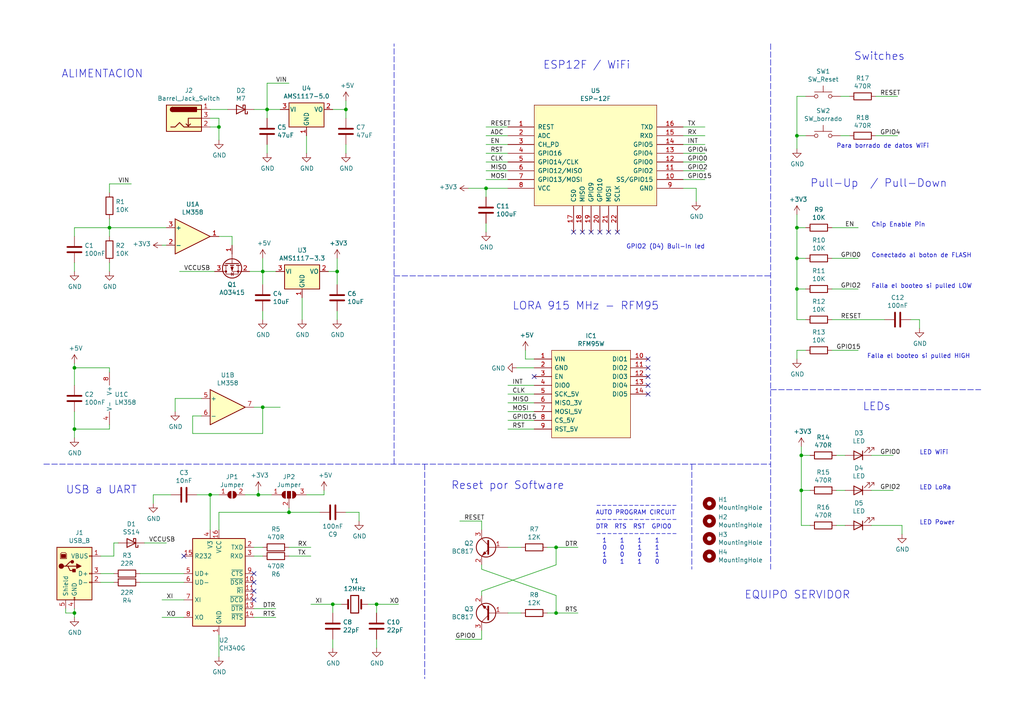
<source format=kicad_sch>
(kicad_sch (version 20211123) (generator eeschema)
  (paper "A4")
  (lib_symbols
    (symbol "Amplifier_Operational:LM358" (pin_names (offset 0.127))
      (property "Reference" "U" (at 0 5.08 0))
      (property "Value" "LM358" (at 0 -5.08 0))
      (symbol "LM358_1_1"
        (pin output line (at 7.62 0 180) (length 2.54) (name "~") (number "1"))
        (pin input line (at -7.62 -2.54 0) (length 2.54) (name "-") (number "2"))
        (pin input line (at -7.62 2.54 0) (length 2.54) (name "+") (number "3"))
      )
      (symbol "LM358_2_1"
        (pin input line (at -7.62 2.54 0) (length 2.54) (name "+") (number "5"))
        (pin input line (at -7.62 -2.54 0) (length 2.54) (name "-") (number "6"))
        (pin output line (at 7.62 0 180) (length 2.54) (name "~") (number "7"))
      )
      (symbol "LM358_3_1"
        (pin power_in line (at -2.54 -7.62 90) (length 3.81) (name "V-") (number "4"))
        (pin power_in line (at -2.54 7.62 270) (length 3.81) (name "V+") (number "8"))
      )
    )
    (symbol "Connector:Barrel_Jack_Switch" (pin_names hide)
      (property "Reference" "J" (at 0 5.334 0))
      (property "Value" "Barrel_Jack_Switch" (at 0 -5.08 0))
      (symbol "Barrel_Jack_Switch_1_1"
        (pin passive line (at 7.62 2.54 180) (length 2.54) (name "~") (number "1"))
        (pin passive line (at 7.62 -2.54 180) (length 2.54) (name "~") (number "2"))
        (pin passive line (at 7.62 0 180) (length 2.54) (name "~") (number "3"))
      )
    )
    (symbol "Connector:USB_B" (pin_names (offset 1.016))
      (property "Reference" "J" (at -5.08 11.43 0))
      (property "Value" "USB_B" (at -5.08 8.89 0))
      (symbol "USB_B_1_1"
        (pin power_out line (at 7.62 5.08 180) (length 2.54) (name "VBUS") (number "1"))
        (pin bidirectional line (at 7.62 -2.54 180) (length 2.54) (name "D-") (number "2"))
        (pin bidirectional line (at 7.62 0 180) (length 2.54) (name "D+") (number "3"))
        (pin power_out line (at 0 -10.16 90) (length 2.54) (name "GND") (number "4"))
        (pin passive line (at -2.54 -10.16 90) (length 2.54) (name "Shield") (number "5"))
      )
    )
    (symbol "Device:C" (pin_numbers hide) (pin_names (offset 0.254))
      (property "Reference" "C" (at 0.635 2.54 0))
      (property "Value" "C" (at 0.635 -2.54 0))
      (symbol "C_1_1"
        (pin passive line (at 0 3.81 270) (length 2.794) (name "~") (number "1"))
        (pin passive line (at 0 -3.81 90) (length 2.794) (name "~") (number "2"))
      )
    )
    (symbol "Device:Crystal" (pin_numbers hide) (pin_names (offset 1.016) hide)
      (property "Reference" "Y" (at 0 3.81 0))
      (property "Value" "Crystal" (at 0 -3.81 0))
      (symbol "Crystal_1_1"
        (pin passive line (at -3.81 0 0) (length 1.27) (name "1") (number "1"))
        (pin passive line (at 3.81 0 180) (length 1.27) (name "2") (number "2"))
      )
    )
    (symbol "Device:D_Schottky" (pin_numbers hide) (pin_names (offset 1.016) hide)
      (property "Reference" "D" (at 0 2.54 0))
      (property "Value" "D_Schottky" (at 0 -2.54 0))
      (symbol "D_Schottky_1_1"
        (pin passive line (at -3.81 0 0) (length 2.54) (name "K") (number "1"))
        (pin passive line (at 3.81 0 180) (length 2.54) (name "A") (number "2"))
      )
    )
    (symbol "Device:LED" (pin_numbers hide) (pin_names (offset 1.016) hide)
      (property "Reference" "D" (at 0 2.54 0))
      (property "Value" "LED" (at 0 -2.54 0))
      (symbol "LED_1_1"
        (pin passive line (at -3.81 0 0) (length 2.54) (name "K") (number "1"))
        (pin passive line (at 3.81 0 180) (length 2.54) (name "A") (number "2"))
      )
    )
    (symbol "Device:R" (pin_numbers hide) (pin_names (offset 0))
      (property "Reference" "R" (at 2.032 0 90))
      (property "Value" "R" (at 0 0 90))
      (symbol "R_1_1"
        (pin passive line (at 0 3.81 270) (length 1.27) (name "~") (number "1"))
        (pin passive line (at 0 -3.81 90) (length 1.27) (name "~") (number "2"))
      )
    )
    (symbol "Diode:B120-E3" (pin_numbers hide) (pin_names hide)
      (property "Reference" "D" (at 0 2.54 0))
      (property "Value" "B120-E3" (at 0 -2.54 0))
      (symbol "B120-E3_1_1"
        (pin passive line (at -3.81 0 0) (length 2.54) (name "K") (number "1"))
        (pin passive line (at 3.81 0 180) (length 2.54) (name "A") (number "2"))
      )
    )
    (symbol "ESP8266:ESP-12F" (pin_names (offset 1.016))
      (property "Reference" "U" (at -16.51 12.7 0))
      (property "Value" "ESP8266_ESP-12F" (at 0 11.43 0))
      (symbol "ESP-12F_1_1"
        (pin input line (at -25.4 7.62 0) (length 7.62) (name "REST") (number "1"))
        (pin bidirectional line (at 25.4 -7.62 180) (length 7.62) (name "SS/GPIO15") (number "10"))
        (pin bidirectional line (at 25.4 -5.08 180) (length 7.62) (name "GPIO2") (number "11"))
        (pin bidirectional line (at 25.4 -2.54 180) (length 7.62) (name "GPIO0") (number "12"))
        (pin bidirectional line (at 25.4 0 180) (length 7.62) (name "GPIO4") (number "13"))
        (pin bidirectional line (at 25.4 2.54 180) (length 7.62) (name "GPIO5") (number "14"))
        (pin input line (at 25.4 5.08 180) (length 7.62) (name "RXD") (number "15"))
        (pin output line (at 25.4 7.62 180) (length 7.62) (name "TXD") (number "16"))
        (pin bidirectional line (at -6.35 -22.86 90) (length 7.62) (name "CS0") (number "17"))
        (pin bidirectional line (at -3.81 -22.86 90) (length 7.62) (name "MISO") (number "18"))
        (pin bidirectional line (at -1.27 -22.86 90) (length 7.62) (name "GPIO9") (number "19"))
        (pin passive line (at -25.4 5.08 0) (length 7.62) (name "ADC") (number "2"))
        (pin bidirectional line (at 1.27 -22.86 90) (length 7.62) (name "GPIO10") (number "20"))
        (pin bidirectional line (at 3.81 -22.86 90) (length 7.62) (name "MOSI") (number "21"))
        (pin bidirectional line (at 6.35 -22.86 90) (length 7.62) (name "SCLK") (number "22"))
        (pin input line (at -25.4 2.54 0) (length 7.62) (name "CH_PD") (number "3"))
        (pin bidirectional line (at -25.4 0 0) (length 7.62) (name "GPIO16") (number "4"))
        (pin bidirectional line (at -25.4 -2.54 0) (length 7.62) (name "GPIO14/CLK") (number "5"))
        (pin bidirectional line (at -25.4 -5.08 0) (length 7.62) (name "GPIO12/MISO") (number "6"))
        (pin bidirectional line (at -25.4 -7.62 0) (length 7.62) (name "GPIO13/MOSI") (number "7"))
        (pin power_in line (at -25.4 -10.16 0) (length 7.62) (name "VCC") (number "8"))
        (pin power_in line (at 25.4 -10.16 180) (length 7.62) (name "GND") (number "9"))
      )
    )
    (symbol "Interface_USB:CH340G"
      (property "Reference" "U" (at -5.08 13.97 0))
      (property "Value" "CH340G" (at 1.27 13.97 0))
      (symbol "CH340G_1_1"
        (pin power_in line (at 0 -15.24 90) (length 2.54) (name "GND") (number "1"))
        (pin input line (at 10.16 0 180) (length 2.54) (name "~{DSR}") (number "10"))
        (pin input line (at 10.16 -2.54 180) (length 2.54) (name "~{RI}") (number "11"))
        (pin input line (at 10.16 -5.08 180) (length 2.54) (name "~{DCD}") (number "12"))
        (pin output line (at 10.16 -7.62 180) (length 2.54) (name "~{DTR}") (number "13"))
        (pin output line (at 10.16 -10.16 180) (length 2.54) (name "~{RTS}") (number "14"))
        (pin input line (at -10.16 7.62 0) (length 2.54) (name "R232") (number "15"))
        (pin power_in line (at 0 15.24 270) (length 2.54) (name "VCC") (number "16"))
        (pin output line (at 10.16 10.16 180) (length 2.54) (name "TXD") (number "2"))
        (pin input line (at 10.16 7.62 180) (length 2.54) (name "RXD") (number "3"))
        (pin passive line (at -2.54 15.24 270) (length 2.54) (name "V3") (number "4"))
        (pin bidirectional line (at -10.16 2.54 0) (length 2.54) (name "UD+") (number "5"))
        (pin bidirectional line (at -10.16 0 0) (length 2.54) (name "UD-") (number "6"))
        (pin input line (at -10.16 -5.08 0) (length 2.54) (name "XI") (number "7"))
        (pin output line (at -10.16 -10.16 0) (length 2.54) (name "XO") (number "8"))
        (pin input line (at 10.16 2.54 180) (length 2.54) (name "~{CTS}") (number "9"))
      )
    )
    (symbol "Jumper:SolderJumper_2_Open" (pin_names (offset 0) hide)
      (property "Reference" "JP" (at 0 2.032 0))
      (property "Value" "SolderJumper_2_Open" (at 0 -2.54 0))
      (symbol "SolderJumper_2_Open_1_1"
        (pin passive line (at -3.81 0 0) (length 2.54) (name "A") (number "1"))
        (pin passive line (at 3.81 0 180) (length 2.54) (name "B") (number "2"))
      )
    )
    (symbol "Jumper:SolderJumper_3_Open" (pin_names (offset 0) hide)
      (property "Reference" "JP" (at -2.54 -2.54 0))
      (property "Value" "SolderJumper_3_Open" (at 0 2.794 0))
      (symbol "SolderJumper_3_Open_1_1"
        (pin passive line (at -5.08 0 0) (length 2.54) (name "A") (number "1"))
        (pin passive line (at 0 -3.81 90) (length 2.54) (name "C") (number "2"))
        (pin passive line (at 5.08 0 180) (length 2.54) (name "B") (number "3"))
      )
    )
    (symbol "Mechanical:MountingHole" (pin_names (offset 1.016))
      (property "Reference" "H" (at 0 5.08 0))
      (property "Value" "MountingHole" (at 0 3.175 0))
    )
    (symbol "RFM95W:RFM95W" (pin_names (offset 0.762))
      (property "Reference" "IC" (at 29.21 7.62 0))
      (property "Value" "RFM95W_RFM95W" (at 29.21 5.08 0))
      (symbol "RFM95W_0_0"
        (pin passive line (at 0 0 0) (length 5.08) (name "VIN") (number "1"))
        (pin passive line (at 33.02 0 180) (length 5.08) (name "DIO1") (number "10"))
        (pin passive line (at 33.02 -2.54 180) (length 5.08) (name "DIO2") (number "11"))
        (pin passive line (at 33.02 -5.08 180) (length 5.08) (name "DIO3") (number "12"))
        (pin passive line (at 33.02 -7.62 180) (length 5.08) (name "DIO4") (number "13"))
        (pin passive line (at 33.02 -10.16 180) (length 5.08) (name "DIO5") (number "14"))
        (pin passive line (at 0 -2.54 0) (length 5.08) (name "GND") (number "2"))
        (pin passive line (at 0 -5.08 0) (length 5.08) (name "EN") (number "3"))
        (pin passive line (at 0 -7.62 0) (length 5.08) (name "DIO0") (number "4"))
        (pin passive line (at 0 -10.16 0) (length 5.08) (name "SCK_5V") (number "5"))
        (pin passive line (at 0 -12.7 0) (length 5.08) (name "MISO_3V") (number "6"))
        (pin passive line (at 0 -15.24 0) (length 5.08) (name "MOSI_5V") (number "7"))
        (pin passive line (at 0 -17.78 0) (length 5.08) (name "CS_5V") (number "8"))
        (pin passive line (at 0 -20.32 0) (length 5.08) (name "RST_5V") (number "9"))
      )
    )
    (symbol "Regulator_Linear:AMS1117-3.3" (pin_names (offset 0.254))
      (property "Reference" "U" (at -3.81 3.175 0))
      (property "Value" "AMS1117-3.3" (at 0 3.175 0))
      (symbol "AMS1117-3.3_1_1"
        (pin power_in line (at 0 -7.62 90) (length 2.54) (name "GND") (number "1"))
        (pin power_out line (at 7.62 0 180) (length 2.54) (name "VO") (number "2"))
        (pin power_in line (at -7.62 0 0) (length 2.54) (name "VI") (number "3"))
      )
    )
    (symbol "Regulator_Linear:AMS1117-5.0" (pin_names (offset 0.254))
      (property "Reference" "U" (at -3.81 3.175 0))
      (property "Value" "AMS1117-5.0" (at 0 3.175 0))
      (symbol "AMS1117-5.0_1_1"
        (pin power_in line (at 0 -7.62 90) (length 2.54) (name "GND") (number "1"))
        (pin power_out line (at 7.62 0 180) (length 2.54) (name "VO") (number "2"))
        (pin power_in line (at -7.62 0 0) (length 2.54) (name "VI") (number "3"))
      )
    )
    (symbol "Switch:SW_Push" (pin_numbers hide) (pin_names (offset 1.016) hide)
      (property "Reference" "SW" (at 1.27 2.54 0))
      (property "Value" "SW_Push" (at 0 -1.524 0))
      (symbol "SW_Push_0_1"
        (pin passive line (at -5.08 0 0) (length 2.54) (name "1") (number "1"))
        (pin passive line (at 5.08 0 180) (length 2.54) (name "2") (number "2"))
      )
    )
    (symbol "Transistor_BJT:BC817" (pin_names (offset 0) hide)
      (property "Reference" "Q" (at 5.08 1.905 0))
      (property "Value" "BC817" (at 5.08 0 0))
      (symbol "BC817_1_1"
        (pin input line (at -5.08 0 0) (length 5.715) (name "B") (number "1"))
        (pin passive line (at 2.54 -5.08 90) (length 2.54) (name "E") (number "2"))
        (pin passive line (at 2.54 5.08 270) (length 2.54) (name "C") (number "3"))
      )
    )
    (symbol "Transistor_FET:AO3401A" (pin_names hide)
      (property "Reference" "Q" (at 5.08 1.905 0))
      (property "Value" "AO3401A" (at 5.08 0 0))
      (symbol "AO3401A_1_1"
        (pin input line (at -5.08 0 0) (length 2.54) (name "G") (number "1"))
        (pin passive line (at 2.54 -5.08 90) (length 2.54) (name "S") (number "2"))
        (pin passive line (at 2.54 5.08 270) (length 2.54) (name "D") (number "3"))
      )
    )
    (symbol "power:+3.3V" (power) (pin_names (offset 0))
      (property "Value" "+3.3V" (at 0 3.556 0))
      (symbol "+3.3V_1_1"
        (pin power_in line (at 0 0 90) (length 0) hide (name "+3V3") (number "1"))
      )
    )
    (symbol "power:+5V" (power) (pin_names (offset 0))
      (property "Value" "+5V" (at 0 3.556 0))
      (symbol "+5V_1_1"
        (pin power_in line (at 0 0 90) (length 0) hide (name "+5V") (number "1"))
      )
    )
    (symbol "power:GND" (power) (pin_names (offset 0))
      (property "Value" "GND" (at 0 -3.81 0))
      (symbol "GND_1_1"
        (pin power_in line (at 0 0 270) (length 0) hide (name "GND") (number "1"))
      )
    )
  )
  (junction (at 97.79 78.74))
  (junction (at 21.59 124.46))
  (junction (at 96.52 175.26))
  (junction (at 140.97 54.61))
  (junction (at 76.2 118.11))
  (junction (at 21.59 106.68))
  (junction (at 76.2 78.74))
  (junction (at 231.14 74.93))
  (junction (at 74.93 143.51))
  (junction (at 21.59 177.8))
  (junction (at 31.75 66.04))
  (junction (at 231.14 39.37))
  (junction (at 60.96 143.51))
  (junction (at 231.14 66.04))
  (junction (at 77.47 31.75))
  (junction (at 232.41 142.24))
  (junction (at 109.22 175.26))
  (junction (at 100.33 31.75))
  (junction (at 231.14 83.82))
  (junction (at 83.82 148.59))
  (junction (at 161.29 177.8))
  (junction (at 161.29 158.75))
  (junction (at 232.41 132.08))
  (junction (at 63.5 36.83))
  (no_connect (at 187.96 109.22))
  (no_connect (at 173.99 67.31))
  (no_connect (at 154.94 109.22))
  (no_connect (at 187.96 106.68))
  (no_connect (at 53.34 161.29))
  (no_connect (at 187.96 111.76))
  (no_connect (at 73.66 173.99))
  (no_connect (at 179.07 67.31))
  (no_connect (at 168.91 67.31))
  (no_connect (at 73.66 171.45))
  (no_connect (at 73.66 168.91))
  (no_connect (at 187.96 104.14))
  (no_connect (at 171.45 67.31))
  (no_connect (at 176.53 67.31))
  (no_connect (at 73.66 166.37))
  (no_connect (at 166.37 67.31))
  (no_connect (at 187.96 114.3))
  (wire (pts (xy 106.68 175.26) (xy 109.22 175.26)))
  (wire (pts (xy 76.2 74.93) (xy 76.2 78.74)))
  (wire (pts (xy 76.2 125.73) (xy 76.2 118.11)))
  (wire (pts (xy 19.05 177.8) (xy 21.59 177.8)))
  (wire (pts (xy 78.74 143.51) (xy 74.93 143.51)))
  (wire (pts (xy 44.45 143.51) (xy 44.45 146.05)))
  (wire (pts (xy 29.21 161.29) (xy 33.02 161.29)))
  (wire (pts (xy 201.93 54.61) (xy 201.93 58.42)))
  (wire (pts (xy 231.14 74.93) (xy 231.14 83.82)))
  (wire (pts (xy 248.92 83.82) (xy 241.3 83.82)))
  (wire (pts (xy 132.08 185.42) (xy 139.7 185.42)))
  (wire (pts (xy 242.57 142.24) (xy 245.11 142.24)))
  (wire (pts (xy 100.33 44.45) (xy 100.33 41.91)))
  (wire (pts (xy 73.66 161.29) (xy 76.2 161.29)))
  (wire (pts (xy 140.97 44.45) (xy 147.32 44.45)))
  (wire (pts (xy 204.47 36.83) (xy 198.12 36.83)))
  (wire (pts (xy 48.26 66.04) (xy 31.75 66.04)))
  (wire (pts (xy 77.47 44.45) (xy 77.47 41.91)))
  (wire (pts (xy 158.75 158.75) (xy 161.29 158.75)))
  (wire (pts (xy 152.4 104.14) (xy 152.4 101.6)))
  (wire (pts (xy 100.33 148.59) (xy 104.14 148.59)))
  (wire (pts (xy 58.42 120.65) (xy 55.88 120.65)))
  (wire (pts (xy 77.47 31.75) (xy 77.47 24.13)))
  (wire (pts (xy 60.96 34.29) (xy 63.5 34.29)))
  (wire (pts (xy 140.97 36.83) (xy 147.32 36.83)))
  (wire (pts (xy 260.35 39.37) (xy 254 39.37)))
  (wire (pts (xy 231.14 101.6) (xy 231.14 104.14)))
  (wire (pts (xy 53.34 168.91) (xy 40.64 168.91)))
  (wire (pts (xy 34.29 157.48) (xy 33.02 157.48)))
  (polyline (pts (xy 123.19 134.62) (xy 123.19 196.85)))
  (wire (pts (xy 21.59 124.46) (xy 31.75 124.46)))
  (wire (pts (xy 90.17 161.29) (xy 83.82 161.29)))
  (wire (pts (xy 90.17 175.26) (xy 96.52 175.26)))
  (wire (pts (xy 60.96 31.75) (xy 66.04 31.75)))
  (wire (pts (xy 49.53 143.51) (xy 44.45 143.51)))
  (wire (pts (xy 259.08 132.08) (xy 252.73 132.08)))
  (wire (pts (xy 161.29 163.83) (xy 161.29 158.75)))
  (wire (pts (xy 63.5 148.59) (xy 83.82 148.59)))
  (wire (pts (xy 147.32 114.3) (xy 154.94 114.3)))
  (wire (pts (xy 261.62 152.4) (xy 261.62 154.94)))
  (polyline (pts (xy 114.3 134.62) (xy 114.3 12.7)))
  (wire (pts (xy 46.99 173.99) (xy 53.34 173.99)))
  (wire (pts (xy 92.71 148.59) (xy 83.82 148.59)))
  (wire (pts (xy 97.79 92.71) (xy 97.79 90.17)))
  (wire (pts (xy 139.7 172.72) (xy 139.7 171.45)))
  (wire (pts (xy 96.52 187.96) (xy 96.52 185.42)))
  (wire (pts (xy 46.99 179.07) (xy 53.34 179.07)))
  (wire (pts (xy 31.75 53.34) (xy 38.1 53.34)))
  (wire (pts (xy 242.57 132.08) (xy 245.11 132.08)))
  (wire (pts (xy 204.47 41.91) (xy 198.12 41.91)))
  (wire (pts (xy 204.47 39.37) (xy 198.12 39.37)))
  (wire (pts (xy 76.2 158.75) (xy 73.66 158.75)))
  (wire (pts (xy 140.97 49.53) (xy 147.32 49.53)))
  (wire (pts (xy 133.35 151.13) (xy 139.7 151.13)))
  (wire (pts (xy 139.7 185.42) (xy 139.7 182.88)))
  (wire (pts (xy 161.29 172.72) (xy 161.29 177.8)))
  (wire (pts (xy 234.95 132.08) (xy 232.41 132.08)))
  (wire (pts (xy 266.7 92.71) (xy 266.7 95.25)))
  (wire (pts (xy 135.89 54.61) (xy 140.97 54.61)))
  (wire (pts (xy 233.68 83.82) (xy 231.14 83.82)))
  (polyline (pts (xy 223.52 12.7) (xy 223.52 165.1)))
  (wire (pts (xy 140.97 52.07) (xy 147.32 52.07)))
  (wire (pts (xy 76.2 78.74) (xy 72.39 78.74)))
  (wire (pts (xy 264.16 92.71) (xy 266.7 92.71)))
  (wire (pts (xy 233.68 101.6) (xy 231.14 101.6)))
  (polyline (pts (xy 223.52 113.03) (xy 284.48 113.03)))
  (wire (pts (xy 96.52 177.8) (xy 96.52 175.26)))
  (wire (pts (xy 140.97 54.61) (xy 147.32 54.61)))
  (wire (pts (xy 248.92 101.6) (xy 241.3 101.6)))
  (wire (pts (xy 31.75 63.5) (xy 31.75 66.04)))
  (wire (pts (xy 231.14 62.23) (xy 231.14 66.04)))
  (wire (pts (xy 63.5 68.58) (xy 67.31 68.58)))
  (wire (pts (xy 21.59 106.68) (xy 21.59 111.76)))
  (wire (pts (xy 100.33 29.21) (xy 100.33 31.75)))
  (wire (pts (xy 234.95 142.24) (xy 232.41 142.24)))
  (wire (pts (xy 248.92 74.93) (xy 241.3 74.93)))
  (wire (pts (xy 31.75 107.95) (xy 31.75 106.68)))
  (polyline (pts (xy 114.3 80.01) (xy 223.52 80.01)))
  (wire (pts (xy 50.8 115.57) (xy 50.8 119.38)))
  (wire (pts (xy 139.7 151.13) (xy 139.7 153.67)))
  (wire (pts (xy 139.7 165.1) (xy 161.29 172.72)))
  (wire (pts (xy 76.2 92.71) (xy 76.2 90.17)))
  (wire (pts (xy 21.59 78.74) (xy 21.59 76.2)))
  (wire (pts (xy 234.95 152.4) (xy 232.41 152.4)))
  (wire (pts (xy 204.47 49.53) (xy 198.12 49.53)))
  (wire (pts (xy 33.02 157.48) (xy 33.02 161.29)))
  (wire (pts (xy 55.88 125.73) (xy 76.2 125.73)))
  (wire (pts (xy 58.42 115.57) (xy 50.8 115.57)))
  (wire (pts (xy 151.13 177.8) (xy 147.32 177.8)))
  (wire (pts (xy 31.75 66.04) (xy 31.75 68.58)))
  (wire (pts (xy 147.32 121.92) (xy 154.94 121.92)))
  (wire (pts (xy 147.32 158.75) (xy 151.13 158.75)))
  (wire (pts (xy 76.2 118.11) (xy 73.66 118.11)))
  (wire (pts (xy 259.08 142.24) (xy 252.73 142.24)))
  (wire (pts (xy 246.38 39.37) (xy 243.84 39.37)))
  (wire (pts (xy 33.02 166.37) (xy 29.21 166.37)))
  (wire (pts (xy 52.07 78.74) (xy 62.23 78.74)))
  (wire (pts (xy 140.97 46.99) (xy 147.32 46.99)))
  (wire (pts (xy 21.59 127) (xy 21.59 124.46)))
  (wire (pts (xy 140.97 39.37) (xy 147.32 39.37)))
  (wire (pts (xy 161.29 177.8) (xy 167.64 177.8)))
  (wire (pts (xy 139.7 171.45) (xy 161.29 163.83)))
  (wire (pts (xy 63.5 36.83) (xy 63.5 40.64)))
  (wire (pts (xy 204.47 52.07) (xy 198.12 52.07)))
  (wire (pts (xy 40.64 166.37) (xy 53.34 166.37)))
  (wire (pts (xy 204.47 44.45) (xy 198.12 44.45)))
  (wire (pts (xy 76.2 78.74) (xy 76.2 82.55)))
  (wire (pts (xy 158.75 177.8) (xy 161.29 177.8)))
  (wire (pts (xy 63.5 190.5) (xy 63.5 184.15)))
  (wire (pts (xy 231.14 27.94) (xy 231.14 39.37)))
  (wire (pts (xy 60.96 153.67) (xy 60.96 143.51)))
  (wire (pts (xy 90.17 158.75) (xy 83.82 158.75)))
  (wire (pts (xy 67.31 68.58) (xy 67.31 71.12)))
  (wire (pts (xy 96.52 31.75) (xy 100.33 31.75)))
  (wire (pts (xy 97.79 82.55) (xy 97.79 78.74)))
  (wire (pts (xy 115.57 175.26) (xy 109.22 175.26)))
  (wire (pts (xy 57.15 143.51) (xy 60.96 143.51)))
  (polyline (pts (xy 12.7 134.62) (xy 223.52 134.62)))
  (wire (pts (xy 88.9 39.37) (xy 88.9 44.45)))
  (polyline (pts (xy 200.66 134.62) (xy 200.66 165.1)))
  (wire (pts (xy 31.75 123.19) (xy 31.75 124.46)))
  (wire (pts (xy 87.63 86.36) (xy 87.63 92.71)))
  (wire (pts (xy 46.99 71.12) (xy 48.26 71.12)))
  (wire (pts (xy 81.28 118.11) (xy 76.2 118.11)))
  (wire (pts (xy 231.14 92.71) (xy 233.68 92.71)))
  (wire (pts (xy 242.57 152.4) (xy 245.11 152.4)))
  (wire (pts (xy 74.93 142.24) (xy 74.93 143.51)))
  (wire (pts (xy 252.73 152.4) (xy 261.62 152.4)))
  (wire (pts (xy 241.3 92.71) (xy 256.54 92.71)))
  (wire (pts (xy 147.32 119.38) (xy 154.94 119.38)))
  (wire (pts (xy 21.59 66.04) (xy 31.75 66.04)))
  (wire (pts (xy 21.59 177.8) (xy 21.59 179.07)))
  (wire (pts (xy 147.32 111.76) (xy 154.94 111.76)))
  (wire (pts (xy 21.59 105.41) (xy 21.59 106.68)))
  (wire (pts (xy 246.38 27.94) (xy 243.84 27.94)))
  (wire (pts (xy 93.98 143.51) (xy 88.9 143.51)))
  (wire (pts (xy 231.14 83.82) (xy 231.14 92.71)))
  (wire (pts (xy 140.97 57.15) (xy 140.97 54.61)))
  (wire (pts (xy 198.12 54.61) (xy 201.93 54.61)))
  (wire (pts (xy 109.22 187.96) (xy 109.22 185.42)))
  (wire (pts (xy 55.88 120.65) (xy 55.88 125.73)))
  (wire (pts (xy 77.47 24.13) (xy 83.82 24.13)))
  (wire (pts (xy 233.68 74.93) (xy 231.14 74.93)))
  (wire (pts (xy 95.25 78.74) (xy 97.79 78.74)))
  (wire (pts (xy 63.5 153.67) (xy 63.5 148.59)))
  (wire (pts (xy 109.22 175.26) (xy 109.22 177.8)))
  (wire (pts (xy 232.41 142.24) (xy 232.41 132.08)))
  (wire (pts (xy 161.29 158.75) (xy 167.64 158.75)))
  (wire (pts (xy 48.26 157.48) (xy 41.91 157.48)))
  (wire (pts (xy 73.66 31.75) (xy 77.47 31.75)))
  (wire (pts (xy 80.01 176.53) (xy 73.66 176.53)))
  (wire (pts (xy 204.47 46.99) (xy 198.12 46.99)))
  (wire (pts (xy 29.21 168.91) (xy 33.02 168.91)))
  (wire (pts (xy 233.68 39.37) (xy 231.14 39.37)))
  (wire (pts (xy 21.59 68.58) (xy 21.59 66.04)))
  (wire (pts (xy 83.82 148.59) (xy 83.82 147.32)))
  (wire (pts (xy 233.68 27.94) (xy 231.14 27.94)))
  (wire (pts (xy 232.41 152.4) (xy 232.41 142.24)))
  (wire (pts (xy 77.47 31.75) (xy 77.47 34.29)))
  (wire (pts (xy 81.28 31.75) (xy 77.47 31.75)))
  (wire (pts (xy 60.96 36.83) (xy 63.5 36.83)))
  (wire (pts (xy 80.01 179.07) (xy 73.66 179.07)))
  (wire (pts (xy 74.93 143.51) (xy 71.12 143.51)))
  (wire (pts (xy 97.79 78.74) (xy 97.79 74.93)))
  (wire (pts (xy 140.97 41.91) (xy 147.32 41.91)))
  (wire (pts (xy 31.75 106.68) (xy 21.59 106.68)))
  (wire (pts (xy 147.32 116.84) (xy 154.94 116.84)))
  (wire (pts (xy 260.35 27.94) (xy 254 27.94)))
  (wire (pts (xy 248.92 66.04) (xy 241.3 66.04)))
  (wire (pts (xy 104.14 148.59) (xy 104.14 151.13)))
  (wire (pts (xy 233.68 66.04) (xy 231.14 66.04)))
  (wire (pts (xy 60.96 143.51) (xy 63.5 143.51)))
  (wire (pts (xy 21.59 176.53) (xy 21.59 177.8)))
  (wire (pts (xy 93.98 142.24) (xy 93.98 143.51)))
  (wire (pts (xy 147.32 124.46) (xy 154.94 124.46)))
  (wire (pts (xy 232.41 132.08) (xy 232.41 129.54)))
  (wire (pts (xy 31.75 55.88) (xy 31.75 53.34)))
  (wire (pts (xy 80.01 78.74) (xy 76.2 78.74)))
  (wire (pts (xy 21.59 119.38) (xy 21.59 124.46)))
  (wire (pts (xy 140.97 67.31) (xy 140.97 64.77)))
  (wire (pts (xy 100.33 31.75) (xy 100.33 34.29)))
  (wire (pts (xy 31.75 78.74) (xy 31.75 76.2)))
  (wire (pts (xy 19.05 176.53) (xy 19.05 177.8)))
  (wire (pts (xy 154.94 104.14) (xy 152.4 104.14)))
  (wire (pts (xy 96.52 175.26) (xy 99.06 175.26)))
  (wire (pts (xy 149.86 106.68) (xy 154.94 106.68)))
  (wire (pts (xy 231.14 66.04) (xy 231.14 74.93)))
  (wire (pts (xy 231.14 43.18) (xy 231.14 39.37)))
  (wire (pts (xy 63.5 34.29) (xy 63.5 36.83)))
  (wire (pts (xy 139.7 163.83) (xy 139.7 165.1)))
  (text "LED Power \n" (at 266.7 152.4 0) (effects (font (size 1.27 1.27)) (justify left bottom)))
  (text "Pull-Up  / Pull-Down" (at 234.95 54.61 0) (effects (font (size 2.2606 2.2606)) (justify left bottom)))
  (text "Chip Enable Pin" (at 252.73 66.04 0) (effects (font (size 1.27 1.27)) (justify left bottom)))
  (text "GPIO2 (D4) Buil-In led" (at 181.61 72.39 0) (effects (font (size 1.27 1.27)) (justify left bottom)))
  (text "LED WiFi" (at 266.7 132.08 0) (effects (font (size 1.27 1.27)) (justify left bottom)))
  (text "Conectado al boton de FLASH" (at 252.73 74.93 0) (effects (font (size 1.27 1.27)) (justify left bottom)))
  (text "Switches" (at 247.65 17.78 0) (effects (font (size 2.2606 2.2606)) (justify left bottom)))
  (text "Para borrado de datos WiFi" (at 242.57 43.18 0) (effects (font (size 1.27 1.27)) (justify left bottom)))
  (text "---------------\nAUTO PROGRAM CIRCUIT\n---------------\nDTR  RTS  RST  GPIO0\n---------------\n  1    1    1    1\n  0    0    1    1\n  1    0    0    1\n  0    1    1    0" (at 172.72 163.83 0) (effects (font (size 1.27 1.27)) (justify left bottom)))
  (text "EQUIPO SERVIDOR" (at 215.9 173.99 0) (effects (font (size 2.2606 2.2606)) (justify left bottom)))
  (text "Reset por Software" (at 130.81 142.24 0) (effects (font (size 2.2606 2.2606)) (justify left bottom)))
  (text "LED LoRa" (at 266.7 142.24 0) (effects (font (size 1.27 1.27)) (justify left bottom)))
  (text "ALIMENTACION" (at 17.78 22.86 0) (effects (font (size 2.2606 2.2606)) (justify left bottom)))
  (text "LORA 915 MHz - RFM95" (at 148.59 90.17 0) (effects (font (size 2.2606 2.2606)) (justify left bottom)))
  (text "USB a UART" (at 19.05 143.51 0) (effects (font (size 2.2606 2.2606)) (justify left bottom)))
  (text "LEDs" (at 250.19 119.38 0) (effects (font (size 2.2606 2.2606)) (justify left bottom)))
  (text "Falla el booteo si pulled LOW" (at 252.73 83.82 0) (effects (font (size 1.27 1.27)) (justify left bottom)))
  (text "ESP12F / WiFi" (at 157.48 20.32 0) (effects (font (size 2.2606 2.2606)) (justify left bottom)))
  (text "Falla el booteo si pulled HIGH" (at 251.46 104.14 0) (effects (font (size 1.27 1.27)) (justify left bottom)))
  (label "VIN" (at 80.01 24.13 0))
  (label "RESET" (at 142.24 36.83 0))
  (label "RESET" (at 134.62 151.13 0))
  (label "XO" (at 113.03 175.26 0))
  (label "RX" (at 86.36 158.75 0))
  (label "VCCUSB" (at 53.34 78.74 0))
  (label "EN" (at 245.11 66.04 0))
  (label "TX" (at 199.39 36.83 0))
  (label "MISO" (at 148.59 116.84 0))
  (label "GPIO4" (at 255.27 39.37 0))
  (label "CLK" (at 148.59 114.3 0))
  (label "RST" (at 148.59 124.46 0))
  (label "EN" (at 142.24 41.91 0))
  (label "MOSI" (at 142.24 52.07 0))
  (label "XI" (at 48.26 173.99 0))
  (label "GPIO0" (at 199.39 46.99 0))
  (label "MISO" (at 142.24 49.53 0))
  (label "RTS" (at 163.83 177.8 0))
  (label "GPIO0" (at 255.27 132.08 0))
  (label "GPIO4" (at 199.39 44.45 0))
  (label "RST" (at 142.24 44.45 0))
  (label "GPIO0" (at 243.84 74.93 0))
  (label "RESET" (at 255.27 27.94 0))
  (label "TX" (at 86.36 161.29 0))
  (label "XI" (at 91.44 175.26 0))
  (label "GPIO2" (at 255.27 142.24 0))
  (label "GPIO2" (at 199.39 49.53 0))
  (label "CLK" (at 142.24 46.99 0))
  (label "RX" (at 199.39 39.37 0))
  (label "GPIO15" (at 199.39 52.07 0))
  (label "DTR" (at 76.2 176.53 0))
  (label "GPIO15" (at 148.59 121.92 0))
  (label "GPIO15" (at 242.57 101.6 0))
  (label "MOSI" (at 148.59 119.38 0))
  (label "VCCUSB" (at 43.18 157.48 0))
  (label "GPIO0" (at 132.08 185.42 0))
  (label "INT" (at 148.59 111.76 0))
  (label "RTS" (at 76.2 179.07 0))
  (label "VIN" (at 34.29 53.34 0))
  (label "INT" (at 199.39 41.91 0))
  (label "GPIO2" (at 243.84 83.82 0))
  (label "RESET" (at 243.84 92.71 0))
  (label "DTR" (at 163.83 158.75 0))
  (label "ADC" (at 142.24 39.37 0))
  (label "XO" (at 48.26 179.07 0))
  (symbol (lib_id "Device:R") (at 237.49 66.04 270) (unit 1)
    (property "Reference" "R9" (at 237.49 60.7822 90))
    (property "Value" "10K" (at 237.49 63.0936 90))
    (property "Footprint" "Resistor_SMD:R_0805_2012Metric" (effects hide))
  )
  (symbol (lib_id "Device:R") (at 237.49 74.93 270) (unit 1)
    (property "Reference" "R10" (at 237.49 69.6722 90))
    (property "Value" "10K" (at 237.49 71.9836 90))
    (property "Footprint" "Resistor_SMD:R_0805_2012Metric" (effects hide))
  )
  (symbol (lib_id "Device:R") (at 237.49 83.82 270) (unit 1)
    (property "Reference" "R11" (at 237.49 78.5622 90))
    (property "Value" "10K" (at 237.49 80.8736 90))
    (property "Footprint" "Resistor_SMD:R_0805_2012Metric" (effects hide))
  )
  (symbol (lib_id "Device:R") (at 237.49 92.71 270) (unit 1)
    (property "Reference" "R12" (at 237.49 87.4522 90))
    (property "Value" "10K" (at 237.49 89.7636 90))
    (property "Footprint" "Resistor_SMD:R_0805_2012Metric" (effects hide))
  )
  (symbol (lib_id "Device:R") (at 237.49 101.6 270) (unit 1)
    (property "Reference" "R13" (at 237.49 96.3422 90))
    (property "Value" "10K" (at 237.49 98.6536 90))
    (property "Footprint" "Resistor_SMD:R_0805_2012Metric" (effects hide))
  )
  (symbol (lib_id "power:GND") (at 231.14 104.14 0) (unit 1)
    (property "Reference" "#PWR032" (effects hide))
    (property "Value" "GND" (at 231.267 108.5342 0))
  )
  (symbol (lib_id "power:+3.3V") (at 231.14 62.23 0) (unit 1)
    (property "Reference" "#PWR031" (effects hide))
    (property "Value" "+3.3V" (at 231.521 57.8358 0))
  )
  (symbol (lib_id "power:GND") (at 266.7 95.25 0) (unit 1)
    (property "Reference" "#PWR035" (effects hide))
    (property "Value" "GND" (at 266.827 99.6442 0))
  )
  (symbol (lib_id "power:GND") (at 201.93 58.42 0) (unit 1)
    (property "Reference" "#PWR029" (effects hide))
    (property "Value" "GND" (at 202.057 62.8142 0))
  )
  (symbol (lib_id "ESP8266:ESP-12F") (at 172.72 44.45 0) (unit 1)
    (property "Reference" "U5" (at 172.72 26.289 0))
    (property "Value" "ESP-12F" (at 172.72 28.6004 0))
    (property "Footprint" "ESP8266:ESP-12E_SMD" (effects hide))
  )
  (symbol (lib_id "Regulator_Linear:AMS1117-3.3") (at 87.63 78.74 0) (unit 1)
    (property "Reference" "U3" (at 87.63 72.5932 0))
    (property "Value" "AMS1117-3.3" (at 87.63 74.9046 0))
    (property "Footprint" "Package_TO_SOT_SMD:SOT-223-3_TabPin2" (effects hide))
    (property "Datasheet" "http://www.advanced-monolithic.com/pdf/ds1117.pdf" (effects hide))
  )
  (symbol (lib_id "Device:R") (at 250.19 27.94 270) (unit 1)
    (property "Reference" "R17" (at 250.19 22.6822 90))
    (property "Value" "470R" (at 250.19 24.9936 90))
    (property "Footprint" "Resistor_SMD:R_0805_2012Metric" (effects hide))
  )
  (symbol (lib_id "Interface_USB:CH340G") (at 63.5 168.91 0) (unit 1)
    (property "Reference" "U2" (at 63.5 186.4106 0) (effects (justify left bottom)))
    (property "Value" "CH340G" (at 63.5 188.722 0) (effects (justify left bottom)))
    (property "Footprint" "Package_SO:SOIC-16_3.9x9.9mm_P1.27mm" (effects hide))
    (property "Datasheet" "http://www.datasheet5.com/pdf-local-2195953" (effects hide))
  )
  (symbol (lib_id "RFM95W:RFM95W") (at 154.94 104.14 0) (unit 1)
    (property "Reference" "IC1" (at 171.45 97.409 0))
    (property "Value" "RFM95W" (at 171.45 99.7204 0))
    (property "Footprint" "RFM95W:RFM95W" (effects hide))
    (property "Datasheet" "https://cdn-learn.adafruit.com/downloads/pdf/adafruit-rfm69hcw-and-rfm96-rfm95-rfm98-lora-packet-padio-breakouts.pdf?timestamp=1543558897" (effects hide))
    (property "Description" "RF Development Tools Adafruit RFM95W LoRa Radio Transceiver Breakout - 868 or 915 MHz - RadioFruit" (effects hide))
    (property "Height" "4" (effects hide))
    (property "Mouser Part Number" "485-3072" (effects hide))
    (property "Mouser Price/Stock" "https://www.mouser.co.uk/ProductDetail/Adafruit/3072?qs=AGnqjqvSJvLNoNWdrCTgvw%3D%3D" (effects hide))
    (property "Manufacturer_Name" "Adafruit" (effects hide))
    (property "Manufacturer_Part_Number" "3072" (effects hide))
  )
  (symbol (lib_id "Device:R") (at 250.19 39.37 270) (unit 1)
    (property "Reference" "R18" (at 250.19 34.1122 90))
    (property "Value" "470R" (at 250.19 36.4236 90))
    (property "Footprint" "Resistor_SMD:R_0805_2012Metric" (effects hide))
  )
  (symbol (lib_id "power:+3.3V") (at 135.89 54.61 90) (unit 1)
    (property "Reference" "#PWR025" (effects hide))
    (property "Value" "+3.3V" (at 132.6388 54.229 90) (effects (justify left)))
  )
  (symbol (lib_id "power:GND") (at 140.97 67.31 0) (unit 1)
    (property "Reference" "#PWR026" (effects hide))
    (property "Value" "GND" (at 141.097 71.7042 0))
  )
  (symbol (lib_id "Device:C") (at 140.97 60.96 0) (unit 1)
    (property "Reference" "C11" (at 143.891 59.7916 0) (effects (justify left)))
    (property "Value" "100uF" (at 143.891 62.103 0) (effects (justify left)))
    (property "Footprint" "Capacitor_Tantalum_SMD:CP_EIA-7343-31_Kemet-D" (effects hide))
  )
  (symbol (lib_id "Transistor_BJT:BC817") (at 142.24 177.8 180) (unit 1)
    (property "Reference" "Q3" (at 137.3886 176.6316 0) (effects (justify left)))
    (property "Value" "BC817" (at 137.3886 178.943 0) (effects (justify left)))
    (property "Footprint" "Package_TO_SOT_SMD:SOT-23" (effects hide))
    (property "Datasheet" "http://www.fairchildsemi.com/ds/BC/BC817.pdf" (effects hide))
  )
  (symbol (lib_id "Transistor_BJT:BC817") (at 142.24 158.75 0) (mirror y) (unit 1)
    (property "Reference" "Q2" (at 137.3886 157.5816 0) (effects (justify left)))
    (property "Value" "BC817" (at 137.3886 159.893 0) (effects (justify left)))
    (property "Footprint" "Package_TO_SOT_SMD:SOT-23" (effects hide))
    (property "Datasheet" "http://www.fairchildsemi.com/ds/BC/BC817.pdf" (effects hide))
  )
  (symbol (lib_id "Device:R") (at 154.94 158.75 270) (unit 1)
    (property "Reference" "R7" (at 154.94 153.4922 90))
    (property "Value" "12K" (at 154.94 155.8036 90))
    (property "Footprint" "Resistor_SMD:R_0805_2012Metric" (effects hide))
  )
  (symbol (lib_id "Device:R") (at 154.94 177.8 270) (unit 1)
    (property "Reference" "R8" (at 154.94 172.5422 90))
    (property "Value" "12K" (at 154.94 174.8536 90))
    (property "Footprint" "Resistor_SMD:R_0805_2012Metric" (effects hide))
  )
  (symbol (lib_id "Connector:USB_B") (at 21.59 166.37 0) (unit 1)
    (property "Reference" "J1" (at 23.0378 154.5082 0))
    (property "Value" "USB_B" (at 23.0378 156.8196 0))
    (property "Footprint" "Modulos Varios:conector_USB_tipoB" (effects hide))
    (property "Datasheet" " ~" (effects hide))
  )
  (symbol (lib_id "Amplifier_Operational:LM358") (at 55.88 68.58 0) (unit 1)
    (property "Reference" "U1" (at 55.88 59.2582 0))
    (property "Value" "LM358" (at 55.88 61.5696 0))
    (property "Footprint" "Package_SO:SOIC-8_3.9x4.9mm_P1.27mm" (effects hide))
    (property "Datasheet" "http://www.ti.com/lit/ds/symlink/lm2904-n.pdf" (effects hide))
  )
  (symbol (lib_id "power:GND") (at 50.8 119.38 0) (unit 1)
    (property "Reference" "#PWR07" (effects hide))
    (property "Value" "GND" (at 50.927 123.7742 0))
  )
  (symbol (lib_id "Device:R") (at 31.75 59.69 0) (unit 1)
    (property "Reference" "R1" (at 33.528 58.5216 0) (effects (justify left)))
    (property "Value" "10K" (at 33.528 60.833 0) (effects (justify left)))
    (property "Footprint" "Resistor_SMD:R_0805_2012Metric" (effects hide))
  )
  (symbol (lib_id "Device:R") (at 31.75 72.39 0) (unit 1)
    (property "Reference" "R2" (at 33.528 71.2216 0) (effects (justify left)))
    (property "Value" "10K" (at 33.528 73.533 0) (effects (justify left)))
    (property "Footprint" "Resistor_SMD:R_0805_2012Metric" (effects hide))
  )
  (symbol (lib_id "power:GND") (at 31.75 78.74 0) (unit 1)
    (property "Reference" "#PWR05" (effects hide))
    (property "Value" "GND" (at 31.877 83.1342 0))
  )
  (symbol (lib_id "power:GND") (at 21.59 78.74 0) (unit 1)
    (property "Reference" "#PWR01" (effects hide))
    (property "Value" "GND" (at 21.717 83.1342 0))
  )
  (symbol (lib_id "Device:C") (at 21.59 72.39 0) (unit 1)
    (property "Reference" "C1" (at 24.511 71.2216 0) (effects (justify left)))
    (property "Value" "100nF" (at 24.511 73.533 0) (effects (justify left)))
    (property "Footprint" "Capacitor_SMD:C_0805_2012Metric" (effects hide))
  )
  (symbol (lib_id "Mechanical:MountingHole") (at 205.74 161.29 0) (unit 1)
    (property "Reference" "H4" (at 208.28 160.1216 0) (effects (justify left)))
    (property "Value" "MountingHole" (at 208.28 162.433 0) (effects (justify left)))
    (property "Footprint" "MountingHole:MountingHole_3mm" (effects hide))
  )
  (symbol (lib_id "power:+3.3V") (at 46.99 71.12 90) (unit 1)
    (property "Reference" "#PWR06" (effects hide))
    (property "Value" "+3.3V" (at 43.7388 70.739 90) (effects (justify left)))
  )
  (symbol (lib_id "Mechanical:MountingHole") (at 205.74 156.21 0) (unit 1)
    (property "Reference" "H3" (at 208.28 155.0416 0) (effects (justify left)))
    (property "Value" "MountingHole" (at 208.28 157.353 0) (effects (justify left)))
    (property "Footprint" "MountingHole:MountingHole_3mm" (effects hide))
  )
  (symbol (lib_id "Transistor_FET:AO3401A") (at 67.31 76.2 90) (mirror x) (unit 1)
    (property "Reference" "Q1" (at 67.31 82.5246 90))
    (property "Value" "AO3415" (at 67.31 84.836 90))
    (property "Footprint" "Package_TO_SOT_SMD:SOT-23" (effects hide))
    (property "Datasheet" "http://www.aosmd.com/pdfs/datasheet/AO3401A.pdf" (effects hide))
  )
  (symbol (lib_id "power:+5V") (at 76.2 74.93 0) (unit 1)
    (property "Reference" "#PWR012" (effects hide))
    (property "Value" "+5V" (at 76.581 70.5358 0))
  )
  (symbol (lib_id "Mechanical:MountingHole") (at 205.74 151.13 0) (unit 1)
    (property "Reference" "H2" (at 208.28 149.9616 0) (effects (justify left)))
    (property "Value" "MountingHole" (at 208.28 152.273 0) (effects (justify left)))
    (property "Footprint" "MountingHole:MountingHole_3mm" (effects hide))
  )
  (symbol (lib_id "Mechanical:MountingHole") (at 205.74 146.05 0) (unit 1)
    (property "Reference" "H1" (at 208.28 144.8816 0) (effects (justify left)))
    (property "Value" "MountingHole" (at 208.28 147.193 0) (effects (justify left)))
    (property "Footprint" "MountingHole:MountingHole_3mm" (effects hide))
  )
  (symbol (lib_id "power:GND") (at 97.79 92.71 0) (unit 1)
    (property "Reference" "#PWR018" (effects hide))
    (property "Value" "GND" (at 97.917 97.1042 0))
  )
  (symbol (lib_id "Device:C") (at 97.79 86.36 0) (unit 1)
    (property "Reference" "C6" (at 100.711 85.1916 0) (effects (justify left)))
    (property "Value" "10uF" (at 100.711 87.503 0) (effects (justify left)))
    (property "Footprint" "Capacitor_SMD:C_0805_2012Metric" (effects hide))
  )
  (symbol (lib_id "power:GND") (at 76.2 92.71 0) (unit 1)
    (property "Reference" "#PWR013" (effects hide))
    (property "Value" "GND" (at 76.327 97.1042 0))
  )
  (symbol (lib_id "Device:C") (at 76.2 86.36 0) (unit 1)
    (property "Reference" "C4" (at 79.121 85.1916 0) (effects (justify left)))
    (property "Value" "10uF" (at 79.121 87.503 0) (effects (justify left)))
    (property "Footprint" "Capacitor_SMD:C_0805_2012Metric" (effects hide))
  )
  (symbol (lib_id "power:GND") (at 87.63 92.71 0) (unit 1)
    (property "Reference" "#PWR015" (effects hide))
    (property "Value" "GND" (at 87.757 97.1042 0))
  )
  (symbol (lib_id "power:+3.3V") (at 97.79 74.93 0) (unit 1)
    (property "Reference" "#PWR017" (effects hide))
    (property "Value" "+3.3V" (at 98.171 70.5358 0))
  )
  (symbol (lib_id "power:+3.3V") (at 74.93 142.24 0) (unit 1)
    (property "Reference" "#PWR010" (effects hide))
    (property "Value" "+3.3V" (at 75.311 137.8458 0))
  )
  (symbol (lib_id "power:GND") (at 63.5 190.5 0) (unit 1)
    (property "Reference" "#PWR011" (effects hide))
    (property "Value" "GND" (at 63.627 194.8942 0))
  )
  (symbol (lib_id "Device:D_Schottky") (at 38.1 157.48 180) (unit 1)
    (property "Reference" "D1" (at 38.1 151.9936 0))
    (property "Value" "SS14" (at 38.1 154.305 0))
    (property "Footprint" "Diode_SMD:D_SMA" (effects hide))
  )
  (symbol (lib_id "power:GND") (at 21.59 179.07 0) (unit 1)
    (property "Reference" "#PWR04" (effects hide))
    (property "Value" "GND" (at 21.717 183.4642 0))
  )
  (symbol (lib_id "Device:R") (at 36.83 166.37 270) (unit 1)
    (property "Reference" "R3" (at 36.83 161.1122 90))
    (property "Value" "22R" (at 36.83 163.4236 90))
    (property "Footprint" "Resistor_SMD:R_0805_2012Metric" (effects hide))
  )
  (symbol (lib_id "Device:R") (at 36.83 168.91 270) (unit 1)
    (property "Reference" "R4" (at 36.83 174.1678 90))
    (property "Value" "22R" (at 36.83 171.8564 90))
    (property "Footprint" "Resistor_SMD:R_0805_2012Metric" (effects hide))
  )
  (symbol (lib_id "Device:C") (at 260.35 92.71 270) (unit 1)
    (property "Reference" "C12" (at 260.35 86.3092 90))
    (property "Value" "100nF" (at 260.35 88.6206 90))
    (property "Footprint" "Capacitor_SMD:C_0805_2012Metric" (effects hide))
  )
  (symbol (lib_id "Device:C") (at 53.34 143.51 270) (unit 1)
    (property "Reference" "C3" (at 53.34 137.1092 90))
    (property "Value" "10nF" (at 53.34 139.4206 90))
    (property "Footprint" "Capacitor_SMD:C_0805_2012Metric" (effects hide))
  )
  (symbol (lib_id "Device:R") (at 80.01 158.75 270) (unit 1)
    (property "Reference" "R5" (at 80.01 153.4922 90))
    (property "Value" "470R" (at 80.01 155.8036 90))
    (property "Footprint" "Resistor_SMD:R_0805_2012Metric" (effects hide))
  )
  (symbol (lib_id "Device:R") (at 80.01 161.29 90) (unit 1)
    (property "Reference" "R6" (at 80.01 166.5478 90))
    (property "Value" "470R" (at 80.01 164.2364 90))
    (property "Footprint" "Resistor_SMD:R_0805_2012Metric" (effects hide))
  )
  (symbol (lib_id "Switch:SW_Push") (at 238.76 39.37 0) (unit 1)
    (property "Reference" "SW2" (at 238.76 32.131 0))
    (property "Value" "SW_borrado" (at 238.76 34.4424 0))
    (property "Footprint" "Button_Switch_THT:SW_Tactile_SPST_Angled_PTS645Vx39-2LFS" (effects hide))
  )
  (symbol (lib_id "Switch:SW_Push") (at 238.76 27.94 0) (unit 1)
    (property "Reference" "SW1" (at 238.76 20.701 0))
    (property "Value" "SW_Reset" (at 238.76 23.0124 0))
    (property "Footprint" "Button_Switch_SMD:SW_SPST_CK_RS282G05A3" (effects hide))
  )
  (symbol (lib_id "power:GND") (at 231.14 43.18 0) (unit 1)
    (property "Reference" "#PWR030" (effects hide))
    (property "Value" "GND" (at 231.267 47.5742 0))
  )
  (symbol (lib_id "power:+5V") (at 152.4 101.6 0) (unit 1)
    (property "Reference" "#PWR028" (effects hide))
    (property "Value" "+5V" (at 152.781 97.2058 0))
  )
  (symbol (lib_id "power:GND") (at 149.86 106.68 270) (unit 1)
    (property "Reference" "#PWR027" (effects hide))
    (property "Value" "GND" (at 146.6088 106.807 90) (effects (justify right)))
  )
  (symbol (lib_id "Amplifier_Operational:LM358") (at 66.04 118.11 0) (unit 2)
    (property "Reference" "U1" (at 66.04 108.7882 0))
    (property "Value" "LM358" (at 66.04 111.0996 0))
    (property "Footprint" "Package_SO:SOIC-8_3.9x4.9mm_P1.27mm" (effects hide))
    (property "Datasheet" "http://www.ti.com/lit/ds/symlink/lm2904-n.pdf" (effects hide))
  )
  (symbol (lib_id "Amplifier_Operational:LM358") (at 34.29 115.57 0) (unit 3)
    (property "Reference" "U1" (at 33.2232 114.4016 0) (effects (justify left)))
    (property "Value" "LM358" (at 33.2232 116.713 0) (effects (justify left)))
    (property "Footprint" "Package_SO:SOIC-8_3.9x4.9mm_P1.27mm" (effects hide))
    (property "Datasheet" "http://www.ti.com/lit/ds/symlink/lm2904-n.pdf" (effects hide))
  )
  (symbol (lib_id "power:GND") (at 21.59 127 0) (unit 1)
    (property "Reference" "#PWR03" (effects hide))
    (property "Value" "GND" (at 21.717 131.3942 0))
  )
  (symbol (lib_id "Device:C") (at 21.59 115.57 0) (unit 1)
    (property "Reference" "C2" (at 24.511 114.4016 0) (effects (justify left)))
    (property "Value" "100nF" (at 24.511 116.713 0) (effects (justify left)))
    (property "Footprint" "Capacitor_SMD:C_0805_2012Metric" (effects hide))
  )
  (symbol (lib_id "power:+5V") (at 21.59 105.41 0) (unit 1)
    (property "Reference" "#PWR02" (effects hide))
    (property "Value" "+5V" (at 21.971 101.0158 0))
  )
  (symbol (lib_id "Device:Crystal") (at 102.87 175.26 0) (unit 1)
    (property "Reference" "Y1" (at 102.87 168.4528 0))
    (property "Value" "12MHz" (at 102.87 170.7642 0))
    (property "Footprint" "Modulos Varios:cristal_SMD_ABLS7M2_7x4.1mm" (effects hide))
  )
  (symbol (lib_id "power:GND") (at 109.22 187.96 0) (unit 1)
    (property "Reference" "#PWR024" (effects hide))
    (property "Value" "GND" (at 109.347 192.3542 0))
  )
  (symbol (lib_id "Device:C") (at 109.22 181.61 0) (unit 1)
    (property "Reference" "C10" (at 112.141 180.4416 0) (effects (justify left)))
    (property "Value" "22pF" (at 112.141 182.753 0) (effects (justify left)))
    (property "Footprint" "Capacitor_SMD:C_0805_2012Metric" (effects hide))
  )
  (symbol (lib_id "power:GND") (at 96.52 187.96 0) (unit 1)
    (property "Reference" "#PWR021" (effects hide))
    (property "Value" "GND" (at 96.647 192.3542 0))
  )
  (symbol (lib_id "Device:C") (at 96.52 181.61 0) (unit 1)
    (property "Reference" "C8" (at 99.441 180.4416 0) (effects (justify left)))
    (property "Value" "22pF" (at 99.441 182.753 0) (effects (justify left)))
    (property "Footprint" "Capacitor_SMD:C_0805_2012Metric" (effects hide))
  )
  (symbol (lib_id "Jumper:SolderJumper_2_Open") (at 67.31 143.51 0) (unit 1)
    (property "Reference" "JP1" (at 67.31 138.303 0))
    (property "Value" "Jumper" (at 67.31 140.6144 0))
    (property "Footprint" "Jumper:SolderJumper-2_P1.3mm_Open_RoundedPad1.0x1.5mm" (effects hide))
  )
  (symbol (lib_id "power:+5V") (at 93.98 142.24 0) (unit 1)
    (property "Reference" "#PWR0101" (effects hide))
    (property "Value" "+5V" (at 94.361 137.8458 0))
  )
  (symbol (lib_id "Jumper:SolderJumper_3_Open") (at 83.82 143.51 0) (unit 1)
    (property "Reference" "JP2" (at 83.82 138.303 0))
    (property "Value" "Jumper" (at 83.82 140.6144 0))
    (property "Footprint" "Jumper:SolderJumper-3_P1.3mm_Open_RoundedPad1.0x1.5mm" (effects hide))
  )
  (symbol (lib_id "Connector:Barrel_Jack_Switch") (at 53.34 34.29 0) (unit 1)
    (property "Reference" "J2" (at 54.7878 26.2382 0))
    (property "Value" "Barrel_Jack_Switch" (at 54.7878 28.5496 0))
    (property "Footprint" "Modulos Varios:conector_jack_2.1mm" (effects hide))
  )
  (symbol (lib_id "Device:C") (at 96.52 148.59 90) (unit 1)
    (property "Reference" "C9" (at 96.52 154.9908 90))
    (property "Value" "100nF" (at 96.52 152.6794 90))
    (property "Footprint" "Capacitor_SMD:C_0805_2012Metric" (effects hide))
  )
  (symbol (lib_id "power:GND") (at 104.14 151.13 0) (unit 1)
    (property "Reference" "#PWR0102" (effects hide))
    (property "Value" "GND" (at 104.267 155.5242 0))
  )
  (symbol (lib_id "power:GND") (at 44.45 146.05 0) (unit 1)
    (property "Reference" "#PWR0103" (effects hide))
    (property "Value" "GND" (at 44.577 150.4442 0))
  )
  (symbol (lib_id "Device:LED") (at 248.92 132.08 180) (unit 1)
    (property "Reference" "D3" (at 249.0978 125.603 0))
    (property "Value" "LED" (at 249.0978 127.9144 0))
    (property "Footprint" "LED_THT:LED_D3.0mm" (effects hide))
  )
  (symbol (lib_id "Device:R") (at 238.76 132.08 270) (unit 1)
    (property "Reference" "R14" (at 238.76 126.8222 90))
    (property "Value" "470R" (at 238.76 129.1336 90))
    (property "Footprint" "Resistor_SMD:R_0805_2012Metric" (effects hide))
  )
  (symbol (lib_id "power:+3.3V") (at 232.41 129.54 0) (unit 1)
    (property "Reference" "#PWR033" (effects hide))
    (property "Value" "+3.3V" (at 232.791 125.1458 0))
  )
  (symbol (lib_id "Device:LED") (at 248.92 142.24 180) (unit 1)
    (property "Reference" "D4" (at 249.0978 135.763 0))
    (property "Value" "LED" (at 249.0978 138.0744 0))
    (property "Footprint" "LED_THT:LED_D3.0mm" (effects hide))
  )
  (symbol (lib_id "Device:R") (at 238.76 142.24 270) (unit 1)
    (property "Reference" "R15" (at 238.76 136.9822 90))
    (property "Value" "470R" (at 238.76 139.2936 90))
    (property "Footprint" "Resistor_SMD:R_0805_2012Metric" (effects hide))
  )
  (symbol (lib_id "Device:LED") (at 248.92 152.4 180) (unit 1)
    (property "Reference" "D5" (at 249.0978 145.923 0))
    (property "Value" "LED" (at 249.0978 148.2344 0))
    (property "Footprint" "LED_THT:LED_D3.0mm" (effects hide))
  )
  (symbol (lib_id "Device:R") (at 238.76 152.4 270) (unit 1)
    (property "Reference" "R16" (at 238.76 147.1422 90))
    (property "Value" "470R" (at 238.76 149.4536 90))
    (property "Footprint" "Resistor_SMD:R_0805_2012Metric" (effects hide))
  )
  (symbol (lib_id "power:GND") (at 261.62 154.94 0) (unit 1)
    (property "Reference" "#PWR034" (effects hide))
    (property "Value" "GND" (at 261.747 159.3342 0))
  )
  (symbol (lib_id "Regulator_Linear:AMS1117-5.0") (at 88.9 31.75 0) (unit 1)
    (property "Reference" "U4" (at 88.9 25.6032 0))
    (property "Value" "AMS1117-5.0" (at 88.9 27.9146 0))
    (property "Footprint" "Package_TO_SOT_SMD:SOT-223-3_TabPin2" (effects hide))
    (property "Datasheet" "http://www.advanced-monolithic.com/pdf/ds1117.pdf" (effects hide))
  )
  (symbol (lib_id "Diode:B120-E3") (at 69.85 31.75 180) (unit 1)
    (property "Reference" "D2" (at 69.85 26.2636 0))
    (property "Value" "M7" (at 69.85 28.575 0))
    (property "Footprint" "Diode_SMD:D_SMA" (effects hide))
    (property "Datasheet" "http://www.vishay.com/docs/88946/b120.pdf" (effects hide))
  )
  (symbol (lib_id "power:GND") (at 77.47 44.45 0) (unit 1)
    (property "Reference" "#PWR014" (effects hide))
    (property "Value" "GND" (at 77.597 48.8442 0))
  )
  (symbol (lib_id "Device:C") (at 77.47 38.1 0) (unit 1)
    (property "Reference" "C5" (at 80.391 36.9316 0) (effects (justify left)))
    (property "Value" "47uF" (at 80.391 39.243 0) (effects (justify left)))
    (property "Footprint" "Capacitor_SMD:CP_Elec_8x10.5" (effects hide))
  )
  (symbol (lib_id "power:GND") (at 100.33 44.45 0) (unit 1)
    (property "Reference" "#PWR020" (effects hide))
    (property "Value" "GND" (at 100.457 48.8442 0))
  )
  (symbol (lib_id "Device:C") (at 100.33 38.1 0) (unit 1)
    (property "Reference" "C7" (at 103.251 36.9316 0) (effects (justify left)))
    (property "Value" "47uF" (at 103.251 39.243 0) (effects (justify left)))
    (property "Footprint" "Capacitor_SMD:CP_Elec_8x10.5" (effects hide))
  )
  (symbol (lib_id "power:GND") (at 88.9 44.45 0) (unit 1)
    (property "Reference" "#PWR016" (effects hide))
    (property "Value" "GND" (at 89.027 48.8442 0))
  )
  (symbol (lib_id "power:GND") (at 63.5 40.64 0) (unit 1)
    (property "Reference" "#PWR09" (effects hide))
    (property "Value" "GND" (at 63.627 45.0342 0))
  )
  (symbol (lib_id "power:+5V") (at 100.33 29.21 0) (unit 1)
    (property "Reference" "#PWR019" (effects hide))
    (property "Value" "+5V" (at 100.711 24.8158 0))
  )
)
</source>
